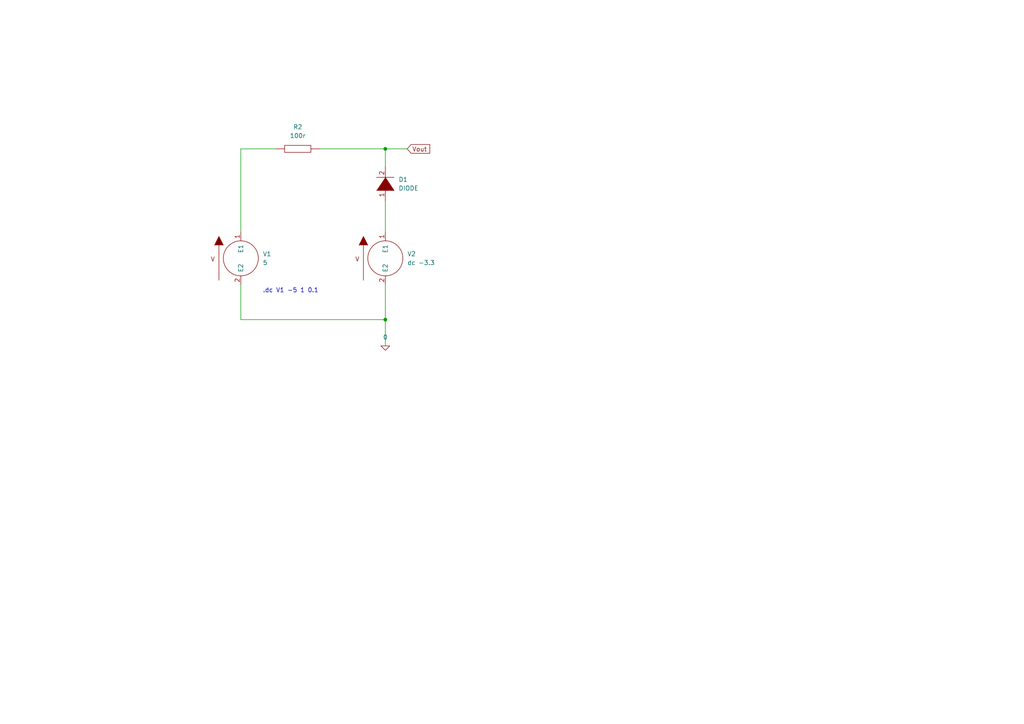
<source format=kicad_sch>
(kicad_sch (version 20211123) (generator eeschema)
  (paper "A4")
  (lib_symbols
    (symbol "pspice:0" (power) (pin_names (offset 0))
      (property "Value" "0" (at 0 -1.778 0))
      (symbol "0_0_1"
        (polyline (pts (xy -1.27 0) (xy 0 -1.27) (xy 1.27 0) (xy -1.27 0)))
      )
      (symbol "0_1_1"
        (pin power_in line (at 0 0 0) (length 0) hide (name "0") (number "1"))
      )
    )
    (symbol "pspice:DIODE" (pin_names (offset 1.016) hide)
      (property "Reference" "D" (at 0 3.81 0))
      (property "Value" "DIODE" (at 0 -4.445 0))
      (symbol "DIODE_0_1"
        (polyline (pts (xy 1.905 2.54) (xy 1.905 -2.54)))
        (polyline (pts (xy -1.905 2.54) (xy -1.905 -2.54) (xy 1.905 0)) (fill (type outline)))
      )
      (symbol "DIODE_1_1"
        (pin input line (at -5.08 0 0) (length 3.81) (name "K") (number "1"))
        (pin input line (at 5.08 0 180) (length 3.81) (name "A") (number "2"))
      )
    )
    (symbol "pspice:R" (pin_numbers hide) (pin_names (offset 0))
      (property "Reference" "R" (at 2.032 0 90))
      (property "Value" "R" (at 0 0 90))
      (symbol "R_0_1"
        (rectangle (start -1.016 3.81) (end 1.016 -3.81))
      )
      (symbol "R_1_1"
        (pin passive line (at 0 6.35 270) (length 2.54) (name "~") (number "1"))
        (pin passive line (at 0 -6.35 90) (length 2.54) (name "~") (number "2"))
      )
    )
    (symbol "pspice:VSOURCE" (pin_names (offset 1.016))
      (property "Reference" "V" (at -6.35 7.62 0))
      (property "Value" "VSOURCE" (at 0 0 0))
      (symbol "VSOURCE_0_1"
        (polyline (pts (xy -6.35 -6.35) (xy -6.35 3.81)) (fill (type outline)))
        (polyline (pts (xy -7.62 3.81) (xy -6.35 6.35) (xy -5.08 3.81)) (fill (type outline)))
        (circle (center 0 0) (radius 5.08))
        (text "V" (at -8.128 -0.254 0) (effects (font (size 1.27 1.27))))
      )
      (symbol "VSOURCE_1_1"
        (pin input line (at 0 7.62 270) (length 2.54) (name "E1") (number "1"))
        (pin input line (at 0 -7.62 90) (length 2.54) (name "E2") (number "2"))
      )
    )
  )
  (junction (at 111.76 43.18))
  (junction (at 111.76 92.71))
  (wire (pts (xy 111.76 43.18) (xy 118.11 43.18)))
  (wire (pts (xy 69.85 67.31) (xy 69.85 43.18)))
  (wire (pts (xy 111.76 43.18) (xy 111.76 48.26)))
  (wire (pts (xy 69.85 43.18) (xy 80.01 43.18)))
  (wire (pts (xy 111.76 82.55) (xy 111.76 92.71)))
  (wire (pts (xy 69.85 92.71) (xy 111.76 92.71)))
  (wire (pts (xy 69.85 82.55) (xy 69.85 92.71)))
  (wire (pts (xy 111.76 92.71) (xy 111.76 100.33)))
  (wire (pts (xy 111.76 58.42) (xy 111.76 67.31)))
  (wire (pts (xy 92.71 43.18) (xy 111.76 43.18)))
  (text ".dc V1 -5 1 0.1" (at 76.2 85.09 0) (effects (font (size 1.27 1.27)) (justify left bottom)))
  (global_label "Vout" (shape input) (at 118.11 43.18 0) (property "Intersheet References" "${INTERSHEET_REFS}" (effects hide)))
  (symbol (lib_id "pspice:DIODE") (at 111.76 53.34 90) (unit 1)
    (property "Reference" "D1" (at 115.57 52.0699 90) (effects (justify right)))
    (property "Value" "DIODE" (at 115.57 54.6099 90) (effects (justify right)))
    (property "Spice_Primitive" "D" (effects hide))
    (property "Spice_Model" "D1N914" (effects hide))
    (property "Spice_Netlist_Enabled" "Y" (effects hide))
    (property "Spice_Lib_File" "/home/pete/Downloads/KiCad-Spice-Library-master/Models/Diode/diode.lib" (effects hide))
  )
  (symbol (lib_id "pspice:VSOURCE") (at 111.76 74.93 0) (unit 1)
    (property "Reference" "V2" (at 118.11 73.6599 0) (effects (justify left)))
    (property "Value" "dc -3.3" (at 118.11 76.1999 0) (effects (justify left)))
  )
  (symbol (lib_id "pspice:R") (at 86.36 43.18 270) (unit 1)
    (property "Reference" "R2" (at 86.36 36.83 90))
    (property "Value" "100r" (at 86.36 39.37 90))
    (property "Spice_Primitive" "R" (effects hide))
    (property "Spice_Model" "100" (effects hide))
    (property "Spice_Netlist_Enabled" "Y" (effects hide))
  )
  (symbol (lib_id "pspice:0") (at 111.76 100.33 0) (unit 1)
    (property "Reference" "#GND0101" (effects hide))
    (property "Value" "0" (at 111.76 97.79 0))
  )
  (symbol (lib_id "pspice:VSOURCE") (at 69.85 74.93 0) (unit 1)
    (property "Reference" "V1" (at 76.2 73.6599 0) (effects (justify left)))
    (property "Value" "VSOURCE" (at 76.2 76.1999 0) (effects (justify left)))
    (property "Spice_Primitive" "V" (effects hide))
    (property "Spice_Model" "dc 5" (effects hide))
    (property "Spice_Netlist_Enabled" "Y" (effects hide))
  )
)
</source>
